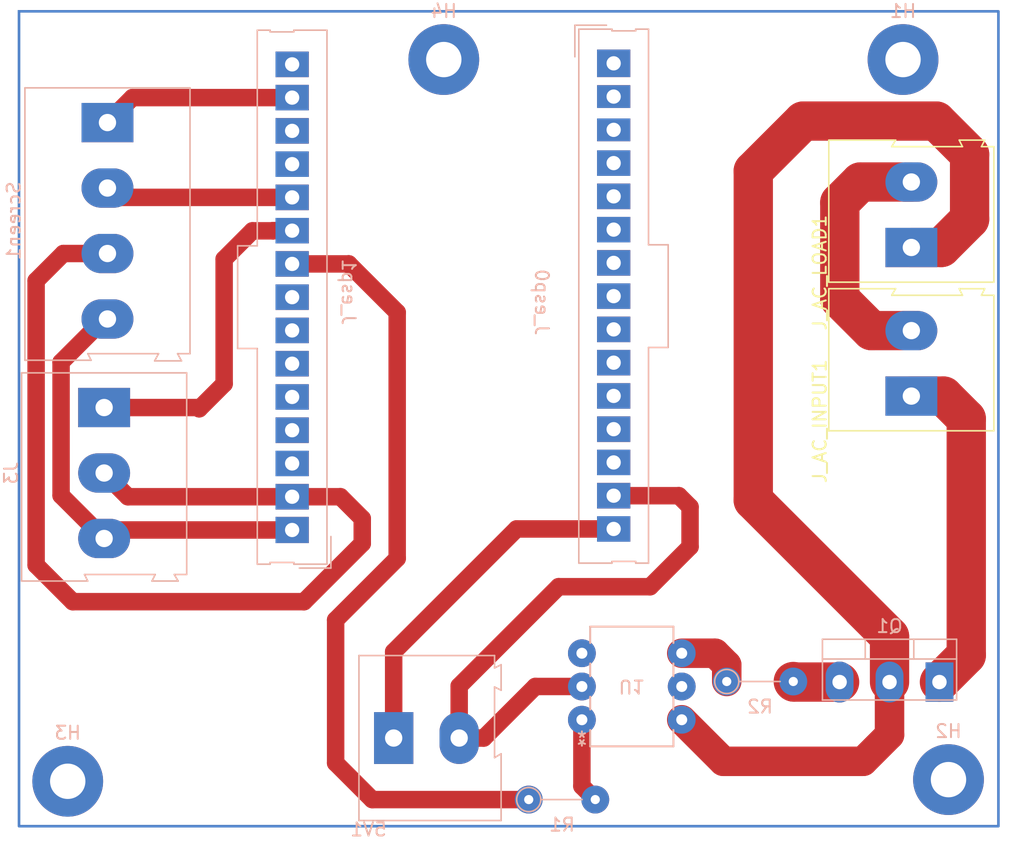
<source format=kicad_pcb>
(kicad_pcb (version 20221018) (generator pcbnew)
  (layers (0 "F.Cu" signal) (31 "B.Cu" signal) (34 "B.Paste" user) (35 "F.Paste" user) (36 "B.SilkS" user "B.Silkscreen") (37 "F.SilkS" user "F.Silkscreen") (38 "B.Mask" user) (39 "F.Mask" user) (44 "Edge.Cuts" user))
  (net 0 "")
  (net 1 "5v")
  (net 2 "GND5V")
  (net 3 "Net-(Q1-G)")
  (net 4 "D22")
  (net 5 "EN")
  (net 6 "VP")
  (net 7 "VN")
  (net 8 "D34")
  (net 9 "D35")
  (net 10 "D32")
  (net 11 "D33")
  (net 12 "D25")
  (net 13 "D26")
  (net 14 "D27")
  (net 15 "D14")
  (net 16 "D12")
  (net 17 "D13")
  (net 18 "3V3")
  (net 19 "GND2")
  (net 20 "D15")
  (net 21 "D2")
  (net 22 "D4")
  (net 23 "RX2")
  (net 24 "TX2")
  (net 25 "D5")
  (net 26 "D18")
  (net 27 "D19")
  (net 28 "D21")
  (net 29 "RX0")
  (net 30 "TX0")
  (net 31 "D23")
  (net 32 "Net-(R1-Pad2)")
  (net 33 "Net-(R2-Pad1)")
  (net 36 "AC1_IN")
  (net 37 "AC2_IN")
  (net 38 "Net-(J_AC_LOAD1-Pin_1)")
  (footprint "TerminalBlock:TerminalBlock_Altech_AK300-2_P5.00mm" (layer "F.Cu") (at 219.583 78.279 90)
    (fp_text reference "J_AC_INPUT1" (at -1.92 -6.99 90) (layer "F.SilkS"))
    (fp_text value "Screw_Terminal_01x02")
    (fp_line (start -2.65 -6.3) (end -2.65 6.3) (stroke (width 0.12)) (layer "F.SilkS"))
    (fp_line (start -2.65 6.3) (end 7.7 6.3) (stroke (width 0.12)) (layer "F.SilkS"))
    (fp_line (start 7.7 -1.5) (end 8.2 -1.2) (stroke (width 0.12)) (layer "F.SilkS"))
    (fp_line (start 7.7 3.9) (end 7.7 -1.5) (stroke (width 0.12)) (layer "F.SilkS"))
    (fp_line (start 7.7 5.35) (end 8.2 5.6) (stroke (width 0.12)) (layer "F.SilkS"))
    (fp_line (start 7.7 6.3) (end 7.7 5.35) (stroke (width 0.12)) (layer "F.SilkS"))
    (fp_line (start 8.2 -6.3) (end -2.65 -6.3) (stroke (width 0.12)) (layer "F.SilkS"))
    (fp_line (start 8.2 -1.2) (end 8.2 -6.3) (stroke (width 0.12)) (layer "F.SilkS"))
    (fp_line (start 8.2 3.65) (end 7.7 3.9) (stroke (width 0.12)) (layer "F.SilkS"))
    (fp_line (start 8.2 3.7) (end 8.2 3.65) (stroke (width 0.12)) (layer "F.SilkS"))
    (fp_line (start 8.2 5.6) (end 8.2 3.7) (stroke (width 0.12)) (layer "F.SilkS"))
    (pad "1" thru_hole rect (at 0 0 90) (size 3 3.96) (drill 1.32) (layers "*.Cu" "*.Mask") (net 36 "AC1_IN"))
    (pad "2" thru_hole oval (at 5 0 90) (size 3 3.96) (drill 1.32) (layers "*.Cu" "*.Mask") (net 37 "AC2_IN"))
  )
  (footprint "TerminalBlock:TerminalBlock_Altech_AK300-2_P5.00mm" (layer "F.Cu") (at 219.583 66.929 90)
    (fp_text reference "J_AC_LOAD1" (at -1.92 -6.99 90) (layer "F.SilkS"))
    (fp_text value "Screw_Terminal_01x02")
    (fp_line (start -2.65 -6.3) (end -2.65 6.3) (stroke (width 0.12)) (layer "F.SilkS"))
    (fp_line (start -2.65 6.3) (end 7.7 6.3) (stroke (width 0.12)) (layer "F.SilkS"))
    (fp_line (start 7.7 -1.5) (end 8.2 -1.2) (stroke (width 0.12)) (layer "F.SilkS"))
    (fp_line (start 7.7 3.9) (end 7.7 -1.5) (stroke (width 0.12)) (layer "F.SilkS"))
    (fp_line (start 7.7 5.35) (end 8.2 5.6) (stroke (width 0.12)) (layer "F.SilkS"))
    (fp_line (start 7.7 6.3) (end 7.7 5.35) (stroke (width 0.12)) (layer "F.SilkS"))
    (fp_line (start 8.2 -6.3) (end -2.65 -6.3) (stroke (width 0.12)) (layer "F.SilkS"))
    (fp_line (start 8.2 -1.2) (end 8.2 -6.3) (stroke (width 0.12)) (layer "F.SilkS"))
    (fp_line (start 8.2 3.65) (end 7.7 3.9) (stroke (width 0.12)) (layer "F.SilkS"))
    (fp_line (start 8.2 3.7) (end 8.2 3.65) (stroke (width 0.12)) (layer "F.SilkS"))
    (fp_line (start 8.2 5.6) (end 8.2 3.7) (stroke (width 0.12)) (layer "F.SilkS"))
    (pad "1" thru_hole rect (at 0 0 90) (size 3 3.96) (drill 1.32) (layers "*.Cu" "*.Mask") (net 38 "Net-(J_AC_LOAD1-Pin_1)"))
    (pad "2" thru_hole oval (at 5 0 90) (size 3 3.96) (drill 1.32) (layers "*.Cu" "*.Mask") (net 37 "AC2_IN"))
  )
  (footprint "TerminalBlock:TerminalBlock_Altech_AK300-4_P5.00mm" (layer "B.Cu") (at 158.227 57.39 -90)
    (fp_text reference "Screen1" (at 7.5 7.15 90) (layer "B.SilkS") (effects (justify mirror)))
    (fp_text value "Screw_Terminal_01x04")
    (fp_line (start -2.65 -6.3) (end -2.65 6.3) (stroke (width 0.12)) (layer "B.SilkS"))
    (fp_line (start -2.65 6.3) (end 18.15 6.3) (stroke (width 0.12)) (layer "B.SilkS"))
    (fp_line (start 17.65 -6.3) (end -2.65 -6.3) (stroke (width 0.12)) (layer "B.SilkS"))
    (fp_line (start 17.65 -5.35) (end 17.65 -6.3) (stroke (width 0.12)) (layer "B.SilkS"))
    (fp_line (start 17.65 -3.9) (end 18.2 -3.6) (stroke (width 0.12)) (layer "B.SilkS"))
    (fp_line (start 17.65 1.5) (end 17.65 -3.9) (stroke (width 0.12)) (layer "B.SilkS"))
    (fp_line (start 18.15 1.25) (end 17.65 1.5) (stroke (width 0.12)) (layer "B.SilkS"))
    (fp_line (start 18.15 6.3) (end 18.15 1.25) (stroke (width 0.12)) (layer "B.SilkS"))
    (fp_line (start 18.2 -5.65) (end 17.65 -5.35) (stroke (width 0.12)) (layer "B.SilkS"))
    (fp_line (start 18.2 -3.6) (end 18.2 -5.65) (stroke (width 0.12)) (layer "B.SilkS"))
    (pad "1" thru_hole rect (at 0 0 270) (size 3 3.96) (drill 1.32) (layers "*.Cu" "*.Mask") (net 4 "D22"))
    (pad "2" thru_hole oval (at 5 0 270) (size 3 3.96) (drill 1.32) (layers "*.Cu" "*.Mask") (net 28 "D21"))
    (pad "3" thru_hole oval (at 10 0 270) (size 3 3.96) (drill 1.32) (layers "*.Cu" "*.Mask") (net 19 "GND2"))
    (pad "4" thru_hole oval (at 15 0 270) (size 3 3.96) (drill 1.32) (layers "*.Cu" "*.Mask") (net 18 "3V3"))
  )
  (footprint "TerminalBlock:TerminalBlock_Altech_AK300-3_P5.00mm" (layer "B.Cu") (at 157.973 79.154 -90)
    (fp_text reference "J3" (at 5 7.1 90) (layer "B.SilkS") (effects (justify mirror)))
    (fp_text value "Screw_Terminal_01x03")
    (fp_line (start -2.65 -6.3) (end 12.75 -6.3) (stroke (width 0.12)) (layer "B.SilkS"))
    (fp_line (start -2.65 6.3) (end -2.65 -6.3) (stroke (width 0.12)) (layer "B.SilkS"))
    (fp_line (start 12.75 -6.3) (end 12.75 -5.35) (stroke (width 0.12)) (layer "B.SilkS"))
    (fp_line (start 12.75 -5.35) (end 13.25 -5.65) (stroke (width 0.12)) (layer "B.SilkS"))
    (fp_line (start 12.75 -3.9) (end 12.75 1.5) (stroke (width 0.12)) (layer "B.SilkS"))
    (fp_line (start 12.75 1.5) (end 13.25 1.25) (stroke (width 0.12)) (layer "B.SilkS"))
    (fp_line (start 13.25 -5.65) (end 13.25 -3.65) (stroke (width 0.12)) (layer "B.SilkS"))
    (fp_line (start 13.25 -3.65) (end 12.75 -3.9) (stroke (width 0.12)) (layer "B.SilkS"))
    (fp_line (start 13.25 1.25) (end 13.25 6.3) (stroke (width 0.12)) (layer "B.SilkS"))
    (fp_line (start 13.25 6.3) (end -2.65 6.3) (stroke (width 0.12)) (layer "B.SilkS"))
    (pad "1" thru_hole rect (at 0 0 270) (size 3 3.96) (drill 1.32) (layers "*.Cu" "*.Mask") (net 27 "D19"))
    (pad "2" thru_hole oval (at 5 0 270) (size 3 3.96) (drill 1.32) (layers "*.Cu" "*.Mask") (net 19 "GND2"))
    (pad "3" thru_hole oval (at 10 0 270) (size 3 3.96) (drill 1.32) (layers "*.Cu" "*.Mask") (net 18 "3V3"))
  )
  (footprint "MountingHole:MountingHole_2.7mm_M2.5_Pad" (layer "B.Cu") (at 218.948 52.578 180)
    (fp_text reference "H1" (at 0 3.7) (layer "B.SilkS") (effects (justify mirror)))
    (fp_text value "MountingHole")
    (pad "1" thru_hole circle (at 0 0 180) (size 5.4 5.4) (drill 2.7) (layers "*.Cu" "*.Mask"))
  )
  (footprint "MountingHole:MountingHole_2.7mm_M2.5_Pad" (layer "B.Cu") (at 155.194 107.696 180)
    (fp_text reference "H3" (at 0 3.7) (layer "B.SilkS") (effects (justify mirror)))
    (fp_text value "MountingHole")
    (pad "1" thru_hole circle (at 0 0 180) (size 5.4 5.4) (drill 2.7) (layers "*.Cu" "*.Mask"))
  )
  (footprint "esp32:Connector_Molex_Molex_SL_171971-0015_1x15_P2.54mm_Vertical_squares" (layer "B.Cu") (at 188.71196 71.1058 -90)
    (fp_text reference "J_esp0" (at 0 -2.6675 -90 unlocked) (layer "B.SilkS") (effects (justify mirror)))
    (fp_text value "Conn_01x15_Female")
    (fp_line (start -21.15 -7.6) (end -21.15 -5.19) (stroke (width 0.12)) (layer "B.SilkS"))
    (fp_line (start -21.15 -5.19) (end -18.74 -5.19) (stroke (width 0.12)) (layer "B.SilkS"))
    (fp_line (start -20.85 -10.81) (end -4.38 -10.81) (stroke (width 0.12)) (layer "B.SilkS"))
    (fp_line (start -20.85 -9.83) (end -20.85 -10.81) (stroke (width 0.12)) (layer "B.SilkS"))
    (fp_line (start -20.85 -8.02) (end -20.72 -8.02) (stroke (width 0.12)) (layer "B.SilkS"))
    (fp_line (start -20.85 -5.49) (end -20.85 -8.02) (stroke (width 0.12)) (layer "B.SilkS"))
    (fp_line (start -20.72 -9.83) (end -20.85 -9.83) (stroke (width 0.12)) (layer "B.SilkS"))
    (fp_line (start -20.72 -8.02) (end -20.72 -9.83) (stroke (width 0.12)) (layer "B.SilkS"))
    (fp_line (start -4.38 -12.31) (end 3.46 -12.31) (stroke (width 0.12)) (layer "B.SilkS"))
    (fp_line (start -4.38 -10.81) (end -4.38 -12.31) (stroke (width 0.12)) (layer "B.SilkS"))
    (fp_line (start 3.46 -12.31) (end 3.46 -10.81) (stroke (width 0.12)) (layer "B.SilkS"))
    (fp_line (start 3.46 -10.81) (end 19.93 -10.81) (stroke (width 0.12)) (layer "B.SilkS"))
    (fp_line (start 19.8 -9.83) (end 19.8 -8.02) (stroke (width 0.12)) (layer "B.SilkS"))
    (fp_line (start 19.8 -8.02) (end 19.93 -8.02) (stroke (width 0.12)) (layer "B.SilkS"))
    (fp_line (start 19.93 -10.81) (end 19.93 -9.83) (stroke (width 0.12)) (layer "B.SilkS"))
    (fp_line (start 19.93 -9.83) (end 19.8 -9.83) (stroke (width 0.12)) (layer "B.SilkS"))
    (fp_line (start 19.93 -8.02) (end 19.93 -5.49) (stroke (width 0.12)) (layer "B.SilkS"))
    (fp_line (start 19.93 -5.49) (end -20.85 -5.49) (stroke (width 0.12)) (layer "B.SilkS"))
    (pad "1" thru_hole rect (at -18.24 -8.15 270) (size 2.1 2.54) (drill 1.09) (layers "*.Cu" "*.Mask") (net 5 "EN"))
    (pad "2" thru_hole rect (at -15.7 -8.15 270) (size 1.74 2.54) (drill 1.09) (layers "*.Cu" "*.Mask") (net 6 "VP"))
    (pad "3" thru_hole rect (at -13.16 -8.15 270) (size 1.74 2.54) (drill 1.09) (layers "*.Cu" "*.Mask") (net 7 "VN"))
    (pad "4" thru_hole rect (at -10.62 -8.15 270) (size 1.95 2.54) (drill 1.09) (layers "*.Cu" "*.Mask") (net 8 "D34"))
    (pad "5" thru_hole rect (at -8.08 -8.15 270) (size 1.95 2.54) (drill 1.09) (layers "*.Cu" "*.Mask") (net 9 "D35"))
    (pad "6" thru_hole rect (at -5.54 -8.15 270) (size 1.95 2.54) (drill 1.09) (layers "*.Cu" "*.Mask") (net 10 "D32"))
    (pad "7" thru_hole rect (at -3 -8.15 270) (size 1.95 2.54) (drill 1.09) (layers "*.Cu" "*.Mask") (net 11 "D33"))
    (pad "8" thru_hole rect (at -0.46 -8.15 270) (size 1.95 2.54) (drill 1.09) (layers "*.Cu" "*.Mask") (net 12 "D25"))
    (pad "9" thru_hole rect (at 2.08 -8.15 270) (size 1.95 2.54) (drill 1.09) (layers "*.Cu" "*.Mask") (net 13 "D26"))
    (pad "10" thru_hole rect (at 4.62 -8.15 270) (size 1.95 2.54) (drill 1.09) (layers "*.Cu" "*.Mask") (net 14 "D27"))
    (pad "11" thru_hole rect (at 7.16 -8.15 270) (size 1.95 2.54) (drill 1.09) (layers "*.Cu" "*.Mask") (net 15 "D14"))
    (pad "12" thru_hole rect (at 9.7 -8.15 270) (size 1.95 2.54) (drill 1.09) (layers "*.Cu" "*.Mask") (net 16 "D12"))
    (pad "13" thru_hole rect (at 12.24 -8.15 270) (size 1.95 2.54) (drill 1.09) (layers "*.Cu" "*.Mask") (net 17 "D13"))
    (pad "14" thru_hole rect (at 14.78 -8.15 270) (size 1.95 2.54) (drill 1.09) (layers "*.Cu" "*.Mask") (net 2 "GND5V"))
    (pad "15" thru_hole rect (at 17.32 -8.15 270) (size 1.95 2.54) (drill 1.09) (layers "*.Cu" "*.Mask") (net 1 "5v"))
  )
  (footprint "esp32:Connector_Molex_Molex_SL_171971-0015_1x15_P2.54mm_Vertical_squares" (layer "B.Cu") (at 180.47146 70.2648 90)
    (fp_text reference "J_esp1" (at -0.06 -3.8375 270 unlocked) (layer "B.SilkS") (effects (justify mirror)))
    (fp_text value "Conn_01x15_Female")
    (fp_line (start -21.15 -7.6) (end -21.15 -5.19) (stroke (width 0.12)) (layer "B.SilkS"))
    (fp_line (start -21.15 -5.19) (end -18.74 -5.19) (stroke (width 0.12)) (layer "B.SilkS"))
    (fp_line (start -20.85 -10.81) (end -4.38 -10.81) (stroke (width 0.12)) (layer "B.SilkS"))
    (fp_line (start -20.85 -9.83) (end -20.85 -10.81) (stroke (width 0.12)) (layer "B.SilkS"))
    (fp_line (start -20.85 -8.02) (end -20.72 -8.02) (stroke (width 0.12)) (layer "B.SilkS"))
    (fp_line (start -20.85 -5.49) (end -20.85 -8.02) (stroke (width 0.12)) (layer "B.SilkS"))
    (fp_line (start -20.72 -9.83) (end -20.85 -9.83) (stroke (width 0.12)) (layer "B.SilkS"))
    (fp_line (start -20.72 -8.02) (end -20.72 -9.83) (stroke (width 0.12)) (layer "B.SilkS"))
    (fp_line (start -4.38 -12.31) (end 3.46 -12.31) (stroke (width 0.12)) (layer "B.SilkS"))
    (fp_line (start -4.38 -10.81) (end -4.38 -12.31) (stroke (width 0.12)) (layer "B.SilkS"))
    (fp_line (start 3.46 -12.31) (end 3.46 -10.81) (stroke (width 0.12)) (layer "B.SilkS"))
    (fp_line (start 3.46 -10.81) (end 19.93 -10.81) (stroke (width 0.12)) (layer "B.SilkS"))
    (fp_line (start 19.8 -9.83) (end 19.8 -8.02) (stroke (width 0.12)) (layer "B.SilkS"))
    (fp_line (start 19.8 -8.02) (end 19.93 -8.02) (stroke (width 0.12)) (layer "B.SilkS"))
    (fp_line (start 19.93 -10.81) (end 19.93 -9.83) (stroke (width 0.12)) (layer "B.SilkS"))
    (fp_line (start 19.93 -9.83) (end 19.8 -9.83) (stroke (width 0.12)) (layer "B.SilkS"))
    (fp_line (start 19.93 -8.02) (end 19.93 -5.49) (stroke (width 0.12)) (layer "B.SilkS"))
    (fp_line (start 19.93 -5.49) (end -20.85 -5.49) (stroke (width 0.12)) (layer "B.SilkS"))
    (pad "1" thru_hole rect (at -18.24 -8.15 90) (size 2 2.54) (drill 1.09) (layers "*.Cu" "*.Mask") (net 18 "3V3"))
    (pad "2" thru_hole rect (at -15.7 -8.15 90) (size 1.95 2.54) (drill 1.09) (layers "*.Cu" "*.Mask") (net 19 "GND2"))
    (pad "3" thru_hole rect (at -13.16 -8.15 90) (size 1.95 2.54) (drill 1.09) (layers "*.Cu" "*.Mask") (net 20 "D15"))
    (pad "4" thru_hole rect (at -10.62 -8.15 90) (size 1.95 2.54) (drill 1.09) (layers "*.Cu" "*.Mask") (net 21 "D2"))
    (pad "5" thru_hole rect (at -8.08 -8.15 90) (size 1.95 2.54) (drill 1.09) (layers "*.Cu" "*.Mask") (net 22 "D4"))
    (pad "6" thru_hole rect (at -5.54 -8.15 90) (size 1.95 2.54) (drill 1.09) (layers "*.Cu" "*.Mask") (net 23 "RX2"))
    (pad "7" thru_hole rect (at -3 -8.15 90) (size 1.95 2.54) (drill 1.09) (layers "*.Cu" "*.Mask") (net 24 "TX2"))
    (pad "8" thru_hole rect (at -0.46 -8.15 90) (size 1.95 2.54) (drill 1.09) (layers "*.Cu" "*.Mask") (net 25 "D5"))
    (pad "9" thru_hole rect (at 2.08 -8.15 90) (size 1.95 2.54) (drill 1.09) (layers "*.Cu" "*.Mask") (net 26 "D18"))
    (pad "10" thru_hole rect (at 4.62 -8.15 90) (size 1.95 2.54) (drill 1.09) (layers "*.Cu" "*.Mask") (net 27 "D19"))
    (pad "11" thru_hole rect (at 7.16 -8.15 90) (size 1.95 2.54) (drill 1.09) (layers "*.Cu" "*.Mask") (net 28 "D21"))
    (pad "12" thru_hole rect (at 9.7 -8.15 90) (size 1.95 2.54) (drill 1.09) (layers "*.Cu" "*.Mask") (net 29 "RX0"))
    (pad "13" thru_hole rect (at 12.24 -8.15 90) (size 1.95 2.54) (drill 1.09) (layers "*.Cu" "*.Mask") (net 30 "TX0"))
    (pad "14" thru_hole rect (at 14.78 -8.15 90) (size 1.95 2.54) (drill 1.09) (layers "*.Cu" "*.Mask") (net 4 "D22"))
    (pad "15" thru_hole rect (at 17.32 -8.15 90) (size 1.95 2.54) (drill 1.09) (layers "*.Cu" "*.Mask") (net 31 "D23"))
  )
  (footprint "MountingHole:MountingHole_2.7mm_M2.5_Pad" (layer "B.Cu") (at 222.41776 107.569 180)
    (fp_text reference "H2" (at 0 3.7) (layer "B.SilkS") (effects (justify mirror)))
    (fp_text value "MountingHole")
    (pad "1" thru_hole circle (at 0 0 180) (size 5.4 5.4) (drill 2.7) (layers "*.Cu" "*.Mask"))
  )
  (footprint "MountingHole:MountingHole_2.7mm_M2.5_Pad" (layer "B.Cu") (at 183.896 52.578 180)
    (fp_text reference "H4" (at 0 3.7) (layer "B.SilkS") (effects (justify mirror)))
    (fp_text value "MountingHole")
    (pad "1" thru_hole circle (at 0 0 180) (size 5.4 5.4) (drill 2.7) (layers "*.Cu" "*.Mask"))
  )
  (footprint "Package_TO_SOT_THT:TO-220-3_Vertical" (layer "B.Cu") (at 220.457 100.11825 180)
    (fp_text reference "Q1" (at 2.54 4.27) (layer "B.SilkS") (effects (justify mirror)))
    (fp_text value "BT136-500")
    (fp_line (start -2.58 -1.371) (end 7.66 -1.371) (stroke (width 0.12)) (layer "B.SilkS"))
    (fp_line (start -2.58 1.76) (end 7.66 1.76) (stroke (width 0.12)) (layer "B.SilkS"))
    (fp_line (start -2.58 3.27) (end -2.58 -1.371) (stroke (width 0.12)) (layer "B.SilkS"))
    (fp_line (start -2.58 3.27) (end 7.66 3.27) (stroke (width 0.12)) (layer "B.SilkS"))
    (fp_line (start 0.69 3.27) (end 0.69 1.76) (stroke (width 0.12)) (layer "B.SilkS"))
    (fp_line (start 4.391 3.27) (end 4.391 1.76) (stroke (width 0.12)) (layer "B.SilkS"))
    (fp_line (start 7.66 3.27) (end 7.66 -1.371) (stroke (width 0.12)) (layer "B.SilkS"))
    (pad "1" thru_hole rect (at -1.27 0 180) (size 2.125 3) (drill 1.1) (layers "*.Cu" "*.Mask") (net 36 "AC1_IN"))
    (pad "2" thru_hole oval (at 2.54 0 180) (size 2.125 3.125) (drill 1.1) (layers "*.Cu" "*.Mask") (net 38 "Net-(J_AC_LOAD1-Pin_1)"))
    (pad "3" thru_hole oval (at 6.35 0 180) (size 2.125 3.125) (drill 1.1) (layers "*.Cu" "*.Mask") (net 3 "Net-(Q1-G)"))
  )
  (footprint "TerminalBlock:TerminalBlock_Altech_AK300-2_P5.00mm" (layer "B.Cu") (at 180.071 104.394)
    (fp_text reference "5V1" (at -1.92 6.99) (layer "B.SilkS") (effects (justify mirror)))
    (fp_text value "Screw_Terminal_01x02")
    (fp_line (start -2.65 -6.3) (end 7.7 -6.3) (stroke (width 0.12)) (layer "B.SilkS"))
    (fp_line (start -2.65 6.3) (end -2.65 -6.3) (stroke (width 0.12)) (layer "B.SilkS"))
    (fp_line (start 7.7 -6.3) (end 7.7 -5.35) (stroke (width 0.12)) (layer "B.SilkS"))
    (fp_line (start 7.7 -5.35) (end 8.2 -5.6) (stroke (width 0.12)) (layer "B.SilkS"))
    (fp_line (start 7.7 -3.9) (end 7.7 1.5) (stroke (width 0.12)) (layer "B.SilkS"))
    (fp_line (start 7.7 1.5) (end 8.2 1.2) (stroke (width 0.12)) (layer "B.SilkS"))
    (fp_line (start 8.2 -5.6) (end 8.2 -3.7) (stroke (width 0.12)) (layer "B.SilkS"))
    (fp_line (start 8.2 -3.7) (end 8.2 -3.65) (stroke (width 0.12)) (layer "B.SilkS"))
    (fp_line (start 8.2 -3.65) (end 7.7 -3.9) (stroke (width 0.12)) (layer "B.SilkS"))
    (fp_line (start 8.2 1.2) (end 8.2 6.3) (stroke (width 0.12)) (layer "B.SilkS"))
    (fp_line (start 8.2 6.3) (end -2.65 6.3) (stroke (width 0.12)) (layer "B.SilkS"))
    (pad "1" thru_hole rect (at 0 0) (size 3 3.96) (drill 1.32) (layers "*.Cu" "*.Mask") (net 1 "5v"))
    (pad "2" thru_hole oval (at 5 0) (size 3 3.96) (drill 1.32) (layers "*.Cu" "*.Mask") (net 2 "GND5V"))
  )
  (footprint "Resistor_THT:R_Axial_DIN0204_L3.6mm_D1.6mm_P5.08mm_Vertical" (layer "B.Cu") (at 205.49225 100.076)
    (fp_text reference "R2" (at 2.54 1.92) (layer "B.SilkS") (effects (justify mirror)))
    (fp_text value "470")
    (fp_line (start 0.92 0) (end 4.08 0) (stroke (width 0.12)) (layer "B.SilkS"))
    (fp_circle (center 0 0) (end 0.92 0) (stroke (width 0.12)) (fill none) (layer "B.SilkS"))
    (pad "1" thru_hole circle (at 0 0) (size 2.125 2.125) (drill 0.7) (layers "*.Cu" "*.Mask") (net 33 "Net-(R2-Pad1)"))
    (pad "2" thru_hole oval (at 5.08 0) (size 2.125 2.125) (drill 0.7) (layers "*.Cu" "*.Mask") (net 3 "Net-(Q1-G)"))
  )
  (footprint "esp32:PDIP6_6P6X8P89_ONS" (layer "B.Cu") (at 194.437 102.997)
    (fp_text reference "U1" (at 3.81 -2.54 180 unlocked) (layer "B.SilkS") (effects (justify mirror)))
    (fp_text value "MOC3041M")
    (fp_text user "*" (at 0 1.4351 180 unlocked) (layer "B.SilkS") (effects (justify mirror)))
    (fp_text user "*" (at 0 1.4351) (layer "B.SilkS") (effects (justify mirror)))
    (fp_line (start 0.632999 -7.112) (end 6.987001 -7.112) (stroke (width 0.1524)) (layer "B.SilkS"))
    (fp_line (start 0.632999 -5.861682) (end 0.632999 -7.112) (stroke (width 0.1524)) (layer "B.SilkS"))
    (fp_line (start 0.632999 -3.321682) (end 0.632999 -4.298318) (stroke (width 0.1524)) (layer "B.SilkS"))
    (fp_line (start 0.632999 -0.781682) (end 0.632999 -1.758318) (stroke (width 0.1524)) (layer "B.SilkS"))
    (fp_line (start 0.632999 2.032) (end 0.632999 0.781682) (stroke (width 0.1524)) (layer "B.SilkS"))
    (fp_line (start 6.987001 -7.112) (end 6.987001 -5.861682) (stroke (width 0.1524)) (layer "B.SilkS"))
    (fp_line (start 6.987001 -4.298318) (end 6.987001 -3.321682) (stroke (width 0.1524)) (layer "B.SilkS"))
    (fp_line (start 6.987001 -1.758318) (end 6.987001 -0.781682) (stroke (width 0.1524)) (layer "B.SilkS"))
    (fp_line (start 6.987001 0.781682) (end 6.987001 2.032) (stroke (width 0.1524)) (layer "B.SilkS"))
    (fp_line (start 6.987001 2.032) (end 0.632999 2.032) (stroke (width 0.1524)) (layer "B.SilkS"))
    (pad "1" thru_hole circle (at 0 0) (size 2.125 2.125) (drill 0.8382) (layers "*.Cu" "*.Mask") (net 32 "Net-(R1-Pad2)"))
    (pad "2" thru_hole circle (at 0 -2.54) (size 2.125 2.125) (drill 0.8382) (layers "*.Cu" "*.Mask") (net 2 "GND5V"))
    (pad "3" thru_hole circle (at 0 -5.08) (size 2.125 2.125) (drill 0.8382) (layers "*.Cu" "*.Mask"))
    (pad "4" thru_hole circle (at 7.62 -5.08) (size 2.125 2.125) (drill 0.8382) (layers "*.Cu" "*.Mask") (net 33 "Net-(R2-Pad1)"))
    (pad "5" thru_hole circle (at 7.62 -2.54) (size 2.125 2.125) (drill 0.8382) (layers "*.Cu" "*.Mask"))
    (pad "6" thru_hole circle (at 7.62 0) (size 2.125 2.125) (drill 0.8382) (layers "*.Cu" "*.Mask") (net 38 "Net-(J_AC_LOAD1-Pin_1)"))
  )
  (footprint "Resistor_THT:R_Axial_DIN0204_L3.6mm_D1.6mm_P5.08mm_Vertical" (layer "B.Cu") (at 190.37925 109.093)
    (fp_text reference "R1" (at 2.54 1.92 -360) (layer "B.SilkS") (effects (justify mirror)))
    (fp_text value "470")
    (fp_line (start 0.92 0) (end 4.08 0) (stroke (width 0.12)) (layer "B.SilkS"))
    (fp_circle (center 0 0) (end 0.92 0) (stroke (width 0.12)) (fill none) (layer "B.SilkS"))
    (pad "1" thru_hole circle (at 0 0) (size 2.125 2.125) (drill 0.7) (layers "*.Cu" "*.Mask") (net 26 "D18"))
    (pad "2" thru_hole oval (at 5.08 0) (size 2.125 2.125) (drill 0.7) (layers "*.Cu" "*.Mask") (net 32 "Net-(R1-Pad2)"))
  )
  (gr_rect (start 151.47556 48.895) (end 226.22776 111.125) (stroke (width 0.2)) (fill none) (layer "B.Cu"))
  (segment (start 180.071 97.805) (end 189.4502 88.4258) (width 1.333) (layer "F.Cu") (net 1))
  (segment (start 189.4502 88.4258) (end 196.86196 88.4258) (width 1.333) (layer "F.Cu") (net 1))
  (segment (start 180.071 104.394) (end 180.071 97.805) (width 1.333) (layer "F.Cu") (net 1))
  (segment (start 190.881 100.457) (end 194.437 100.457) (width 1.333) (layer "F.Cu") (net 2))
  (segment (start 199.644 92.837) (end 202.692 89.789) (width 1.333) (layer "F.Cu") (net 2))
  (segment (start 201.8368 85.8858) (end 196.86196 85.8858) (width 1.333) (layer "F.Cu") (net 2))
  (segment (start 202.692 86.741) (end 201.8368 85.8858) (width 1.333) (layer "F.Cu") (net 2))
  (segment (start 186.944 104.394) (end 190.881 100.457) (width 1.333) (layer "F.Cu") (net 2))
  (segment (start 185.071 104.394) (end 186.944 104.394) (width 1.333) (layer "F.Cu") (net 2))
  (segment (start 202.692 89.789) (end 202.692 86.741) (width 1.333) (layer "F.Cu") (net 2))
  (segment (start 185.071 104.394) (end 185.071 100.425) (width 1.333) (layer "F.Cu") (net 2))
  (segment (start 185.071 100.425) (end 192.659 92.837) (width 1.333) (layer "F.Cu") (net 2))
  (segment (start 192.659 92.837) (end 199.644 92.837) (width 1.333) (layer "F.Cu") (net 2))
  (segment (start 210.6145 100.11825) (end 210.57225 100.076) (width 3) (layer "F.Cu") (net 3))
  (segment (start 214.107 100.11825) (end 210.6145 100.11825) (width 3) (layer "F.Cu") (net 3))
  (segment (start 158.227 57.39) (end 160.1322 55.4848) (width 1.333) (layer "F.Cu") (net 4))
  (segment (start 160.1322 55.4848) (end 172.32146 55.4848) (width 1.333) (layer "F.Cu") (net 4))
  (segment (start 157.988 72.39) (end 154.686 75.692) (width 1.333) (layer "F.Cu") (net 18))
  (segment (start 172.32146 88.5048) (end 158.6222 88.5048) (width 1.333) (layer "F.Cu") (net 18))
  (segment (start 158.6222 88.5048) (end 157.973 89.154) (width 1.333) (layer "F.Cu") (net 18))
  (segment (start 158.227 72.39) (end 157.988 72.39) (width 1.333) (layer "F.Cu") (net 18))
  (segment (start 154.686 85.867) (end 157.973 89.154) (width 1.333) (layer "F.Cu") (net 18))
  (segment (start 154.686 75.692) (end 154.686 85.867) (width 1.333) (layer "F.Cu") (net 18))
  (segment (start 172.32146 85.9648) (end 159.7838 85.9648) (width 1.333) (layer "F.Cu") (net 19))
  (segment (start 152.781 69.469) (end 154.86 67.39) (width 1.333) (layer "F.Cu") (net 19))
  (segment (start 154.86 67.39) (end 158.227 67.39) (width 1.333) (layer "F.Cu") (net 19))
  (segment (start 176.0078 85.9648) (end 177.673 87.63) (width 1.333) (layer "F.Cu") (net 19))
  (segment (start 177.673 89.535) (end 173.228 93.98) (width 1.333) (layer "F.Cu") (net 19))
  (segment (start 173.228 93.98) (end 155.575 93.98) (width 1.333) (layer "F.Cu") (net 19))
  (segment (start 155.575 93.98) (end 152.781 91.186) (width 1.333) (layer "F.Cu") (net 19))
  (segment (start 159.7838 85.9648) (end 157.973 84.154) (width 1.333) (layer "F.Cu") (net 19))
  (segment (start 152.781 91.186) (end 152.781 69.469) (width 1.333) (layer "F.Cu") (net 19))
  (segment (start 172.32146 85.9648) (end 176.0078 85.9648) (width 1.333) (layer "F.Cu") (net 19))
  (segment (start 177.673 87.63) (end 177.673 89.535) (width 1.333) (layer "F.Cu") (net 19))
  (segment (start 190.37925 109.093) (end 178.435 109.093) (width 1.333) (layer "F.Cu") (net 26))
  (segment (start 175.641 95.377) (end 180.34 90.678) (width 1.333) (layer "F.Cu") (net 26))
  (segment (start 180.34 90.678) (end 180.34 71.882) (width 1.333) (layer "F.Cu") (net 26))
  (segment (start 176.657 68.199) (end 176.6428 68.1848) (width 1.333) (layer "F.Cu") (net 26))
  (segment (start 176.6428 68.1848) (end 172.32146 68.1848) (width 1.333) (layer "F.Cu") (net 26))
  (segment (start 175.641 106.299) (end 175.641 95.377) (width 1.333) (layer "F.Cu") (net 26))
  (segment (start 180.34 71.882) (end 176.6428 68.1848) (width 1.333) (layer "F.Cu") (net 26))
  (segment (start 178.435 109.093) (end 175.641 106.299) (width 1.333) (layer "F.Cu") (net 26))
  (segment (start 165.133 79.154) (end 157.973 79.154) (width 1.333) (layer "F.Cu") (net 27))
  (segment (start 167.132 77.343) (end 165.227 79.248) (width 1.333) (layer "F.Cu") (net 27))
  (segment (start 165.227 79.248) (end 165.133 79.154) (width 1.333) (layer "F.Cu") (net 27))
  (segment (start 167.132 67.818) (end 167.132 77.343) (width 1.333) (layer "F.Cu") (net 27))
  (segment (start 169.291 65.659) (end 167.132 67.818) (width 1.333) (layer "F.Cu") (net 27))
  (segment (start 170.86926 65.659) (end 169.291 65.659) (width 1.333) (layer "F.Cu") (net 27))
  (segment (start 170.88346 65.6448) (end 170.86926 65.659) (width 1.333) (layer "F.Cu") (net 27))
  (segment (start 172.32146 65.6448) (end 170.88346 65.6448) (width 1.333) (layer "F.Cu") (net 27))
  (segment (start 157.973 79.154) (end 158.963 79.154) (width 1.333) (layer "B.Cu") (net 27))
  (segment (start 158.963 79.154) (end 158.996 79.121) (width 1.333) (layer "B.Cu") (net 27))
  (segment (start 172.32146 63.1048) (end 158.9418 63.1048) (width 1.333) (layer "F.Cu") (net 28))
  (segment (start 158.9418 63.1048) (end 158.227 62.39) (width 1.333) (layer "F.Cu") (net 28))
  (segment (start 172.30726 63.119) (end 172.32146 63.1048) (width 1.333) (layer "B.Cu") (net 28))
  (segment (start 194.437 102.997) (end 194.437 108.07075) (width 1.333) (layer "F.Cu") (net 32))
  (segment (start 194.437 108.07075) (end 195.45925 109.093) (width 1.333) (layer "F.Cu") (net 32))
  (segment (start 205.49225 98.81225) (end 205.49225 100.076) (width 2.25) (layer "F.Cu") (net 33))
  (segment (start 202.057 97.917) (end 204.597 97.917) (width 2.25) (layer "F.Cu") (net 33))
  (segment (start 204.597 97.917) (end 205.49225 98.81225) (width 2.25) (layer "F.Cu") (net 33))
  (segment (start 223.774 98.07125) (end 221.727 100.11825) (width 3) (layer "F.Cu") (net 36))
  (segment (start 219.583 78.279) (end 222.043 78.279) (width 3) (layer "F.Cu") (net 36))
  (segment (start 222.043 78.279) (end 223.774 80.01) (width 3) (layer "F.Cu") (net 36))
  (segment (start 223.774 80.01) (end 223.774 98.07125) (width 3) (layer "F.Cu") (net 36))
  (segment (start 219.583 73.279) (end 216.535 73.279) (width 3) (layer "F.Cu") (net 37))
  (segment (start 214.122 63.5) (end 215.693 61.929) (width 3) (layer "F.Cu") (net 37))
  (segment (start 214.122 70.866) (end 214.122 63.5) (width 3) (layer "F.Cu") (net 37))
  (segment (start 215.693 61.929) (end 219.583 61.929) (width 3) (layer "F.Cu") (net 37))
  (segment (start 216.535 73.279) (end 214.122 70.866) (width 3) (layer "F.Cu") (net 37))
  (segment (start 217.917 100.11825) (end 217.917 96.632) (width 3) (layer "F.Cu") (net 38))
  (segment (start 205.232 106.172) (end 215.9 106.172) (width 2.25) (layer "F.Cu") (net 38))
  (segment (start 207.518 61.087) (end 211.328 57.277) (width 3) (layer "F.Cu") (net 38))
  (segment (start 215.9 106.172) (end 217.917 104.155) (width 2.25) (layer "F.Cu") (net 38))
  (segment (start 202.057 102.997) (end 205.232 106.172) (width 2.25) (layer "F.Cu") (net 38))
  (segment (start 217.917 96.632) (end 207.518 86.233) (width 3) (layer "F.Cu") (net 38))
  (segment (start 221.869 66.929) (end 219.583 66.929) (width 3) (layer "F.Cu") (net 38))
  (segment (start 217.917 104.155) (end 217.917 100.11825) (width 2.25) (layer "F.Cu") (net 38))
  (segment (start 207.518 86.233) (end 207.518 61.087) (width 3) (layer "F.Cu") (net 38))
  (segment (start 224.028 59.817) (end 224.028 64.77) (width 3) (layer "F.Cu") (net 38))
  (segment (start 221.488 57.277) (end 224.028 59.817) (width 3) (layer "F.Cu") (net 38))
  (segment (start 211.328 57.277) (end 221.488 57.277) (width 3) (layer "F.Cu") (net 38))
  (segment (start 224.028 64.77) (end 221.869 66.929) (width 3) (layer "F.Cu") (net 38))
)
</source>
